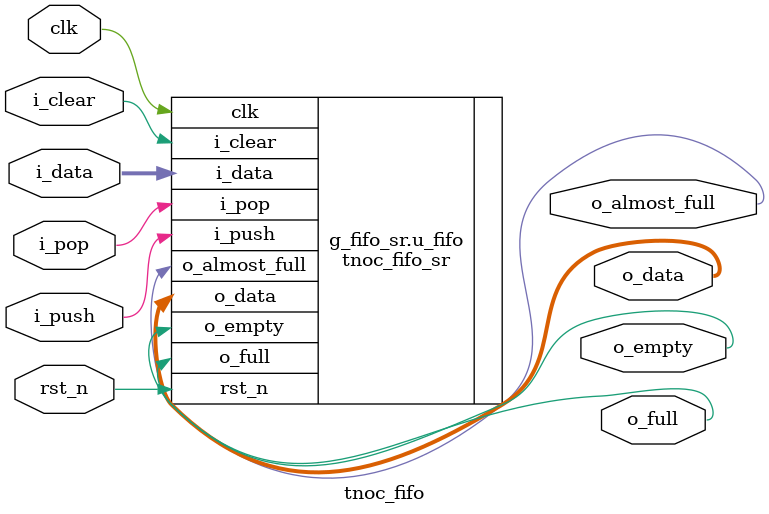
<source format=sv>
module tnoc_fifo #(
  parameter int WIDTH     = 8,
  parameter int DEPTH     = 8,
  parameter int THRESHOLD = DEPTH,
  parameter bit FIFO_MEM  = 0
)(
  input   logic             clk,
  input   logic             rst_n,
  input   logic             i_clear,
  output  logic             o_empty,
  output  logic             o_almost_full,
  output  logic             o_full,
  input   logic             i_push,
  input   logic [WIDTH-1:0] i_data,
  input   logic             i_pop,
  output  logic [WIDTH-1:0] o_data
);
  generate if (FIFO_MEM) begin : g_fifo_mem
    tnoc_fifo_mem #(
      .WIDTH      (WIDTH      ),
      .DEPTH      (DEPTH      ),
      .THRESHOLD  (THRESHOLD  )
    ) u_fifo (
      .clk            (clk           ),
      .rst_n          (rst_n         ),
      .i_clear        (i_clear       ),
      .o_empty        (o_empty       ),
      .o_almost_full  (o_almost_full ),
      .o_full         (o_full        ),
      .i_push         (i_push        ),
      .i_data         (i_data        ),
      .i_pop          (i_pop         ),
      .o_data         (o_data        )
    );
  end
  else begin : g_fifo_sr
    tnoc_fifo_sr #(
      .WIDTH      (WIDTH      ),
      .DEPTH      (DEPTH      ),
      .THRESHOLD  (THRESHOLD  )
    ) u_fifo (
      .clk            (clk           ),
      .rst_n          (rst_n         ),
      .i_clear        (i_clear       ),
      .o_empty        (o_empty       ),
      .o_almost_full  (o_almost_full ),
      .o_full         (o_full        ),
      .i_push         (i_push        ),
      .i_data         (i_data        ),
      .i_pop          (i_pop         ),
      .o_data         (o_data        )
    );
  end endgenerate
endmodule

</source>
